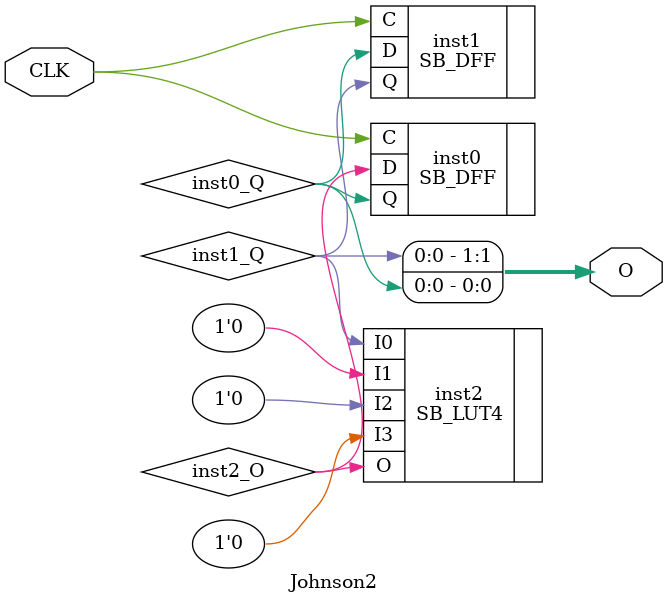
<source format=v>
module Johnson2 (output [1:0] O, input  CLK);
wire  inst0_Q;
wire  inst1_Q;
wire  inst2_O;
SB_DFF inst0 (.C(CLK), .D(inst2_O), .Q(inst0_Q));
SB_DFF inst1 (.C(CLK), .D(inst0_Q), .Q(inst1_Q));
SB_LUT4 #(.LUT_INIT(16'h5555)) inst2 (.I0(inst1_Q), .I1(1'b0), .I2(1'b0), .I3(1'b0), .O(inst2_O));
assign O = {inst1_Q,inst0_Q};
endmodule


</source>
